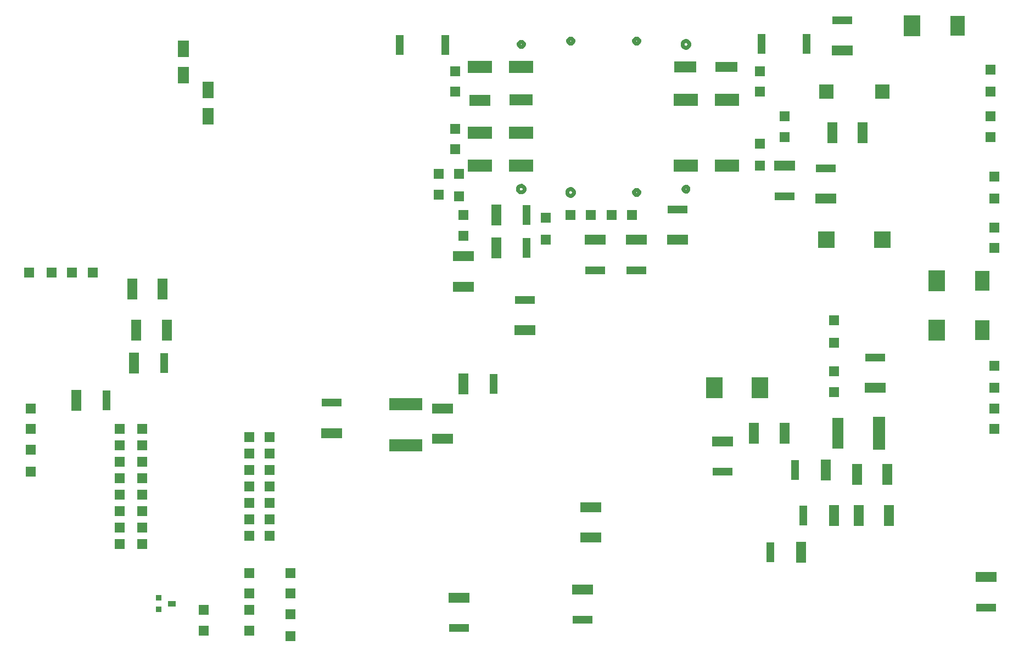
<source format=gtp>
*%FSLAX24Y24*%
*%MOIN*%
G01*
%ADD11C,0.0000*%
%ADD12C,0.0050*%
%ADD13C,0.0060*%
%ADD14C,0.0073*%
%ADD15C,0.0080*%
%ADD16C,0.0100*%
%ADD17C,0.0120*%
%ADD18C,0.0160*%
%ADD19C,0.0200*%
%ADD20C,0.0200*%
%ADD21C,0.0240*%
%ADD22C,0.0250*%
%ADD23C,0.0300*%
%ADD24C,0.0320*%
%ADD25C,0.0380*%
%ADD26C,0.0400*%
%ADD27C,0.0400*%
%ADD28C,0.0440*%
%ADD29C,0.0500*%
%ADD30C,0.0500*%
%ADD31C,0.0520*%
%ADD32C,0.0540*%
%ADD33C,0.0560*%
%ADD34C,0.0580*%
%ADD35C,0.0600*%
%ADD36C,0.0600*%
%ADD37C,0.0620*%
%ADD38C,0.0640*%
%ADD39C,0.0660*%
%ADD40C,0.0670*%
%ADD41C,0.0700*%
%ADD42C,0.0700*%
%ADD43C,0.0740*%
%ADD44C,0.0750*%
%ADD45C,0.0760*%
%ADD46C,0.0790*%
%ADD47C,0.0800*%
%ADD48C,0.0800*%
%ADD49C,0.0840*%
%ADD50O,0.0850X0.0560*%
%ADD51C,0.0870*%
%ADD52O,0.0890X0.0600*%
%ADD53C,0.0950*%
%ADD54C,0.1000*%
%ADD55C,0.1000*%
%ADD56C,0.1040*%
%ADD57C,0.1200*%
%ADD58C,0.1250*%
%ADD59C,0.1250*%
%ADD60C,0.1290*%
%ADD61C,0.1400*%
%ADD62C,0.1500*%
%ADD63C,0.1500*%
%ADD64C,0.1540*%
%ADD65C,0.1600*%
%ADD66C,0.1620*%
%ADD67C,0.1800*%
%ADD68C,0.1820*%
%ADD69C,0.2000*%
%ADD70C,0.2000*%
%ADD71C,0.2040*%
%ADD72C,0.2500*%
%ADD73R,0.0200X0.0200*%
%ADD74R,0.0300X0.0300*%
%ADD75R,0.0350X0.0550*%
%ADD76R,0.0360X0.0360*%
%ADD77R,0.0394X0.1102*%
%ADD78R,0.0400X0.0400*%
%ADD79R,0.0400X0.0500*%
%ADD80R,0.0400X0.2400*%
%ADD81R,0.0500X0.0360*%
%ADD82R,0.0500X0.0500*%
%ADD83R,0.0500X0.0500*%
%ADD84R,0.0500X0.1200*%
%ADD85R,0.0540X0.0400*%
%ADD86R,0.0540X0.0540*%
%ADD87R,0.0550X0.0350*%
%ADD88R,0.0551X0.1417*%
%ADD89R,0.0591X0.1260*%
%ADD90R,0.0600X0.0600*%
%ADD91R,0.0600X0.1250*%
%ADD92R,0.0620X0.0620*%
%ADD93R,0.0631X0.1300*%
%ADD94R,0.0640X0.0640*%
%ADD95R,0.0640X0.1290*%
%ADD96R,0.0660X0.0660*%
%ADD97R,0.0700X0.0700*%
%ADD98R,0.0700X0.0700*%
%ADD99R,0.0700X0.1000*%
%ADD100R,0.0700X0.1900*%
%ADD101R,0.0740X0.0740*%
%ADD102R,0.0740X0.1040*%
%ADD103R,0.0750X0.0560*%
%ADD104R,0.0750X0.2000*%
%ADD105R,0.0790X0.0600*%
%ADD106R,0.0790X0.2040*%
%ADD107R,0.0900X0.0900*%
%ADD108R,0.0900X0.1200*%
%ADD109R,0.0984X0.1299*%
%ADD110R,0.1000X0.1000*%
%ADD111R,0.1000X0.1000*%
%ADD112R,0.1024X0.1339*%
%ADD113R,0.1040X0.1040*%
%ADD114R,0.1100X0.1100*%
%ADD115R,0.1102X0.0394*%
%ADD116R,0.1200X0.0500*%
%ADD117R,0.1200X0.1200*%
%ADD118R,0.1250X0.0150*%
%ADD119R,0.1250X0.0600*%
%ADD120R,0.1290X0.0640*%
%ADD121R,0.1290X0.1290*%
%ADD122R,0.1300X0.0650*%
%ADD123R,0.1300X0.0700*%
%ADD124R,0.1350X0.0600*%
%ADD125R,0.1350X0.0650*%
%ADD126R,0.1400X0.0650*%
%ADD127R,0.1400X0.0700*%
%ADD128R,0.1417X0.0551*%
%ADD129R,0.1500X0.0750*%
%ADD130R,0.1500X0.1500*%
%ADD131R,0.1540X0.0790*%
%ADD132R,0.1900X0.0700*%
%ADD133R,0.2000X0.0750*%
%ADD134R,0.2000X0.2000*%
%ADD135R,0.2040X0.0790*%
%ADD136R,0.2200X0.2200*%
%ADD137R,0.2250X0.0500*%
%ADD138R,0.2500X0.1250*%
%ADD139R,0.2500X0.2500*%
D21*
X105138Y96240D02*
X105135Y96207D01*
X105124Y96176D01*
X105108Y96147D01*
X105086Y96122D01*
X105059Y96103D01*
X105029Y96090D01*
X104997Y96083D01*
X104963D01*
X104931Y96090D01*
X104901Y96103D01*
X104874Y96122D01*
X104852Y96147D01*
X104836Y96176D01*
X104825Y96207D01*
X104822Y96240D01*
X104825Y96273D01*
X104836Y96304D01*
X104852Y96333D01*
X104874Y96358D01*
X104901Y96377D01*
X104931Y96390D01*
X104963Y96397D01*
X104997D01*
X105029Y96390D01*
X105059Y96377D01*
X105086Y96358D01*
X105108Y96333D01*
X105124Y96304D01*
X105135Y96273D01*
X105138Y96240D01*
X109138D02*
X109135Y96207D01*
X109124Y96176D01*
X109108Y96147D01*
X109086Y96122D01*
X109059Y96103D01*
X109029Y96090D01*
X108997Y96083D01*
X108963D01*
X108931Y96090D01*
X108901Y96103D01*
X108874Y96122D01*
X108852Y96147D01*
X108836Y96176D01*
X108825Y96207D01*
X108822Y96240D01*
X108825Y96273D01*
X108836Y96304D01*
X108852Y96333D01*
X108874Y96358D01*
X108901Y96377D01*
X108931Y96390D01*
X108963Y96397D01*
X108997D01*
X109029Y96390D01*
X109059Y96377D01*
X109086Y96358D01*
X109108Y96333D01*
X109124Y96304D01*
X109135Y96273D01*
X109138Y96240D01*
X105186Y87040D02*
X105183Y87007D01*
X105176Y86975D01*
X105163Y86944D01*
X105145Y86916D01*
X105123Y86891D01*
X105097Y86870D01*
X105068Y86854D01*
X105037Y86842D01*
X105005Y86835D01*
X104972Y86834D01*
X104939Y86838D01*
X104907Y86847D01*
X104877Y86861D01*
X104850Y86880D01*
X104826Y86903D01*
X104806Y86930D01*
X104790Y86959D01*
X104780Y86991D01*
X104775Y87023D01*
Y87057D01*
X104780Y87089D01*
X104790Y87121D01*
X104806Y87150D01*
X104826Y87177D01*
X104850Y87200D01*
X104877Y87219D01*
X104907Y87233D01*
X104939Y87242D01*
X104972Y87246D01*
X105005Y87245D01*
X105037Y87238D01*
X105068Y87226D01*
X105097Y87210D01*
X105123Y87189D01*
X105145Y87164D01*
X105163Y87136D01*
X105176Y87105D01*
X105183Y87073D01*
X105186Y87040D01*
X109138D02*
X109135Y87007D01*
X109124Y86976D01*
X109108Y86947D01*
X109086Y86922D01*
X109059Y86903D01*
X109029Y86890D01*
X108997Y86883D01*
X108963D01*
X108931Y86890D01*
X108901Y86903D01*
X108874Y86922D01*
X108852Y86947D01*
X108836Y86976D01*
X108825Y87007D01*
X108822Y87040D01*
X108825Y87073D01*
X108836Y87104D01*
X108852Y87133D01*
X108874Y87158D01*
X108901Y87177D01*
X108931Y87190D01*
X108963Y87197D01*
X108997D01*
X109029Y87190D01*
X109059Y87177D01*
X109086Y87158D01*
X109108Y87133D01*
X109124Y87104D01*
X109135Y87073D01*
X109138Y87040D01*
X102138Y96040D02*
X102135Y96007D01*
X102124Y95976D01*
X102108Y95947D01*
X102086Y95922D01*
X102059Y95903D01*
X102029Y95890D01*
X101997Y95883D01*
X101963D01*
X101931Y95890D01*
X101901Y95903D01*
X101874Y95922D01*
X101852Y95947D01*
X101836Y95976D01*
X101825Y96007D01*
X101822Y96040D01*
X101825Y96073D01*
X101836Y96104D01*
X101852Y96133D01*
X101874Y96158D01*
X101901Y96177D01*
X101931Y96190D01*
X101963Y96197D01*
X101997D01*
X102029Y96190D01*
X102059Y96177D01*
X102086Y96158D01*
X102108Y96133D01*
X102124Y96104D01*
X102135Y96073D01*
X102138Y96040D01*
X112186D02*
X112183Y96007D01*
X112176Y95975D01*
X112163Y95944D01*
X112145Y95916D01*
X112123Y95891D01*
X112097Y95870D01*
X112068Y95854D01*
X112037Y95842D01*
X112005Y95835D01*
X111972Y95834D01*
X111939Y95838D01*
X111907Y95847D01*
X111877Y95861D01*
X111850Y95880D01*
X111826Y95903D01*
X111806Y95930D01*
X111790Y95959D01*
X111780Y95991D01*
X111775Y96023D01*
Y96057D01*
X111780Y96089D01*
X111790Y96121D01*
X111806Y96150D01*
X111826Y96177D01*
X111850Y96200D01*
X111877Y96219D01*
X111907Y96233D01*
X111939Y96242D01*
X111972Y96246D01*
X112005Y96245D01*
X112037Y96238D01*
X112068Y96226D01*
X112097Y96210D01*
X112123Y96189D01*
X112145Y96164D01*
X112163Y96136D01*
X112176Y96105D01*
X112183Y96073D01*
X112186Y96040D01*
X102180Y87240D02*
X102177Y87208D01*
X102170Y87177D01*
X102157Y87147D01*
X102140Y87120D01*
X102119Y87096D01*
X102094Y87075D01*
X102066Y87059D01*
X102036Y87048D01*
X102004Y87041D01*
X101972Y87040D01*
X101940Y87044D01*
X101909Y87053D01*
X101880Y87067D01*
X101854Y87085D01*
X101830Y87107D01*
X101811Y87133D01*
X101796Y87162D01*
X101786Y87192D01*
X101781Y87224D01*
Y87256D01*
X101786Y87288D01*
X101796Y87318D01*
X101811Y87347D01*
X101830Y87373D01*
X101854Y87395D01*
X101880Y87413D01*
X101909Y87427D01*
X101940Y87436D01*
X101972Y87440D01*
X102004Y87439D01*
X102036Y87432D01*
X102066Y87421D01*
X102094Y87405D01*
X102119Y87384D01*
X102140Y87360D01*
X102157Y87333D01*
X102170Y87303D01*
X102177Y87272D01*
X102180Y87240D01*
X112130D02*
X112126Y87205D01*
X112114Y87173D01*
X112095Y87144D01*
X112070Y87120D01*
X112039Y87102D01*
X112006Y87092D01*
X111971Y87090D01*
X111937Y87096D01*
X111905Y87110D01*
X111877Y87131D01*
X111855Y87158D01*
X111839Y87189D01*
X111831Y87223D01*
Y87257D01*
X111839Y87291D01*
X111855Y87322D01*
X111877Y87349D01*
X111905Y87370D01*
X111937Y87384D01*
X111971Y87390D01*
X112006Y87388D01*
X112039Y87378D01*
X112070Y87360D01*
X112095Y87336D01*
X112114Y87307D01*
X112126Y87275D01*
X112130Y87240D01*
D76*
X79980Y62390D02*
D03*
Y61681D02*
D03*
D81*
X80767Y62016D02*
D03*
D82*
X82730Y61640D02*
D03*
Y60390D02*
D03*
X85480Y61640D02*
D03*
Y60390D02*
D03*
Y63890D02*
D03*
Y62640D02*
D03*
X86730Y66140D02*
D03*
X85480D02*
D03*
Y67140D02*
D03*
X86730D02*
D03*
X85480Y68140D02*
D03*
X86730D02*
D03*
X85480Y69140D02*
D03*
X86730D02*
D03*
X85480Y70140D02*
D03*
X86730D02*
D03*
X85480Y71140D02*
D03*
X86730D02*
D03*
X85480Y72140D02*
D03*
X86730D02*
D03*
X97980Y89640D02*
D03*
Y90890D02*
D03*
Y93140D02*
D03*
Y94390D02*
D03*
X75980Y82140D02*
D03*
X74730D02*
D03*
X72230Y73890D02*
D03*
Y72640D02*
D03*
X87980Y63890D02*
D03*
Y62640D02*
D03*
X120980Y74890D02*
D03*
Y76140D02*
D03*
X130730Y73890D02*
D03*
Y72640D02*
D03*
Y83640D02*
D03*
Y84890D02*
D03*
X130480Y90390D02*
D03*
Y91640D02*
D03*
X116480Y93140D02*
D03*
Y94390D02*
D03*
D84*
X98480Y75390D02*
D03*
X100330D02*
D03*
X100480Y83640D02*
D03*
X102330D02*
D03*
X100480Y85640D02*
D03*
X102330D02*
D03*
X97380Y95990D02*
D03*
X94630D02*
D03*
X74980Y74390D02*
D03*
X76830D02*
D03*
X78480Y76640D02*
D03*
X80330D02*
D03*
X80480Y78640D02*
D03*
X78630D02*
D03*
X80230Y81140D02*
D03*
X78380D02*
D03*
X118980Y65140D02*
D03*
X117130D02*
D03*
X120980Y67390D02*
D03*
X119130D02*
D03*
X122480D02*
D03*
X124330D02*
D03*
X124230Y69890D02*
D03*
X122380D02*
D03*
X120480Y70140D02*
D03*
X118630D02*
D03*
X117980Y72390D02*
D03*
X116130D02*
D03*
X122730Y90640D02*
D03*
X120880D02*
D03*
X119330Y96040D02*
D03*
X116580D02*
D03*
D90*
X82730Y60390D02*
D03*
Y61640D02*
D03*
X85480Y60390D02*
D03*
Y61640D02*
D03*
Y62640D02*
D03*
Y63890D02*
D03*
Y66140D02*
D03*
X86730D02*
D03*
Y67140D02*
D03*
X85480D02*
D03*
X86730Y68140D02*
D03*
X85480D02*
D03*
X86730Y69140D02*
D03*
X85480D02*
D03*
X86730Y70140D02*
D03*
X85480D02*
D03*
X86730Y71140D02*
D03*
X85480D02*
D03*
X86730Y72140D02*
D03*
X85480D02*
D03*
X108730Y85640D02*
D03*
X107480D02*
D03*
X106230D02*
D03*
X104980D02*
D03*
X103480Y84140D02*
D03*
Y85490D02*
D03*
D03*
X98480Y84390D02*
D03*
Y85640D02*
D03*
X98230Y88140D02*
D03*
Y86790D02*
D03*
Y88140D02*
D03*
X96980Y86890D02*
D03*
Y88140D02*
D03*
X97980Y90890D02*
D03*
Y89640D02*
D03*
Y94390D02*
D03*
Y93140D02*
D03*
X72130Y82140D02*
D03*
X73480D02*
D03*
X74730D02*
D03*
X75980D02*
D03*
X72230Y72640D02*
D03*
Y73890D02*
D03*
Y70040D02*
D03*
Y71390D02*
D03*
X78980Y69640D02*
D03*
X77630D02*
D03*
X78980D02*
D03*
Y68640D02*
D03*
X77630D02*
D03*
X78980D02*
D03*
Y67640D02*
D03*
X77630D02*
D03*
X78980D02*
D03*
Y66640D02*
D03*
X77630D02*
D03*
X78980D02*
D03*
Y65640D02*
D03*
X77630D02*
D03*
X78980D02*
D03*
Y70640D02*
D03*
X77630D02*
D03*
X78980D02*
D03*
Y71640D02*
D03*
X77630D02*
D03*
X78980D02*
D03*
Y72640D02*
D03*
X77630D02*
D03*
X78980D02*
D03*
X87980Y62640D02*
D03*
Y63890D02*
D03*
Y60040D02*
D03*
Y61390D02*
D03*
X120980Y79240D02*
D03*
Y77890D02*
D03*
Y76140D02*
D03*
Y74890D02*
D03*
X130730Y72640D02*
D03*
Y73890D02*
D03*
Y76490D02*
D03*
Y75140D02*
D03*
Y84890D02*
D03*
Y83640D02*
D03*
Y87990D02*
D03*
Y86640D02*
D03*
X130480Y94490D02*
D03*
Y93140D02*
D03*
Y91640D02*
D03*
Y90390D02*
D03*
X117980Y91640D02*
D03*
Y90390D02*
D03*
X116480Y94390D02*
D03*
Y93140D02*
D03*
Y88640D02*
D03*
Y89990D02*
D03*
Y88640D02*
D03*
D91*
X98480Y75390D02*
D03*
X100480Y83640D02*
D03*
Y85640D02*
D03*
X74980Y74390D02*
D03*
X78480Y76640D02*
D03*
X78630Y78640D02*
D03*
X80480D02*
D03*
X78380Y81140D02*
D03*
X80230D02*
D03*
X118980Y65140D02*
D03*
X120980Y67390D02*
D03*
X124330D02*
D03*
X122480D02*
D03*
X122380Y69890D02*
D03*
X124230D02*
D03*
X120480Y70140D02*
D03*
X116130Y72390D02*
D03*
X117980D02*
D03*
X120880Y90640D02*
D03*
X122730D02*
D03*
D99*
X81480Y94140D02*
D03*
Y95740D02*
D03*
X82980Y91640D02*
D03*
Y93240D02*
D03*
D100*
X121230Y72390D02*
D03*
X123730D02*
D03*
D104*
D03*
D107*
X123930Y93140D02*
D03*
X120530D02*
D03*
X123930Y84140D02*
D03*
X120530D02*
D03*
D108*
X116480Y75140D02*
D03*
X113730D02*
D03*
X127230Y78640D02*
D03*
X129980D02*
D03*
X127230Y81640D02*
D03*
X129980D02*
D03*
X125730Y97140D02*
D03*
X128480D02*
D03*
D109*
X116480Y75140D02*
D03*
X113730D02*
D03*
X127230Y78640D02*
D03*
Y81640D02*
D03*
X125730Y97140D02*
D03*
D110*
X123930Y84140D02*
D03*
X120530D02*
D03*
D116*
X90480Y72390D02*
D03*
Y74240D02*
D03*
X97230Y73890D02*
D03*
Y72040D02*
D03*
X102230Y78640D02*
D03*
Y80490D02*
D03*
X106480Y84140D02*
D03*
Y82290D02*
D03*
X108980Y84140D02*
D03*
Y82290D02*
D03*
X111480Y84140D02*
D03*
Y85990D02*
D03*
X98480Y83140D02*
D03*
Y81290D02*
D03*
X98230Y62390D02*
D03*
Y60540D02*
D03*
X105730Y62890D02*
D03*
Y61040D02*
D03*
X114230Y71890D02*
D03*
Y70040D02*
D03*
X123480Y75140D02*
D03*
Y76990D02*
D03*
X121480Y95640D02*
D03*
Y97490D02*
D03*
X117980Y88640D02*
D03*
Y86790D02*
D03*
X120480Y86640D02*
D03*
Y88490D02*
D03*
X106230Y67890D02*
D03*
Y66040D02*
D03*
X130230Y63640D02*
D03*
Y61790D02*
D03*
D119*
X90480Y72390D02*
D03*
X97230Y73890D02*
D03*
Y72040D02*
D03*
X102230Y78640D02*
D03*
X106480Y84140D02*
D03*
X108980D02*
D03*
X111480D02*
D03*
X98480Y81290D02*
D03*
Y83140D02*
D03*
X98230Y62390D02*
D03*
X105730Y62890D02*
D03*
X114230Y71890D02*
D03*
X123480Y75140D02*
D03*
X121480Y95640D02*
D03*
X117980Y88640D02*
D03*
X120480Y86640D02*
D03*
X106230Y66040D02*
D03*
Y67890D02*
D03*
X130230Y63640D02*
D03*
D122*
X101980Y88615D02*
D03*
X114480Y92665D02*
D03*
X99480Y92615D02*
D03*
D123*
X101980Y90640D02*
D03*
D124*
X114455Y94640D02*
D03*
D125*
X111955Y94665D02*
D03*
X114455Y88665D02*
D03*
X99505Y88615D02*
D03*
Y90615D02*
D03*
D126*
X101980Y92665D02*
D03*
X99480Y94615D02*
D03*
D127*
X101980Y94640D02*
D03*
X111980Y92640D02*
D03*
Y88640D02*
D03*
D129*
X101980D02*
D03*
X111980D02*
D03*
Y92640D02*
D03*
X101980Y90640D02*
D03*
Y94640D02*
D03*
X99480Y88640D02*
D03*
X114480D02*
D03*
Y92640D02*
D03*
X99480Y90640D02*
D03*
Y94640D02*
D03*
D132*
X94980Y74140D02*
D03*
Y71640D02*
D03*
D133*
D03*
Y74140D02*
D03*
M02*

</source>
